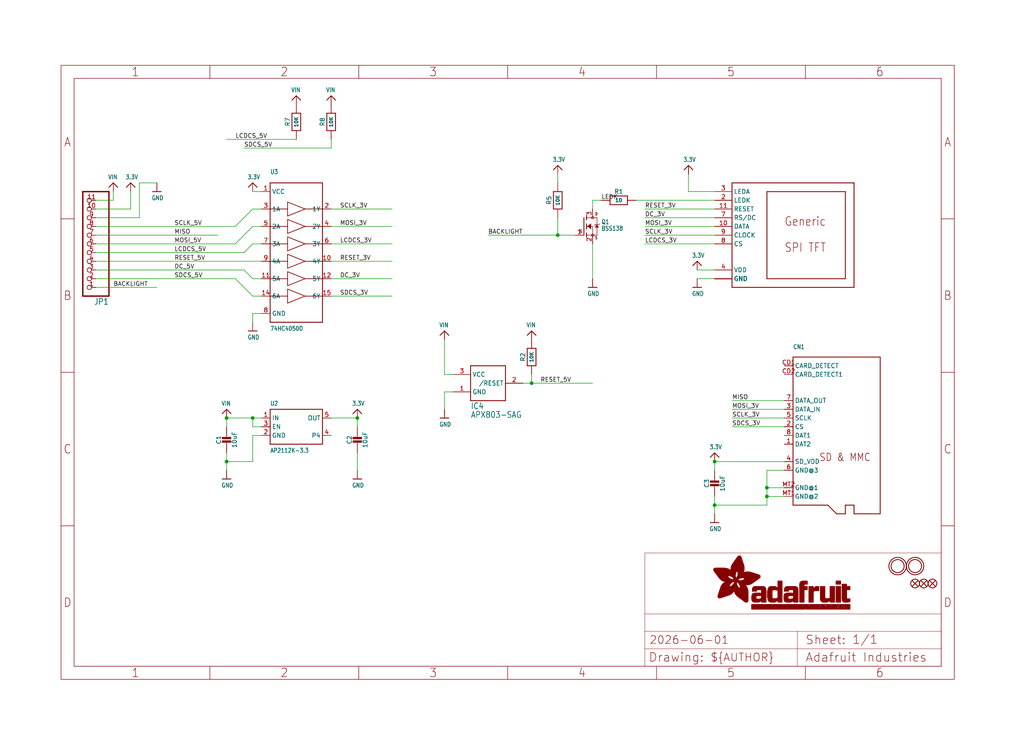
<source format=kicad_sch>
(kicad_sch (version 20230121) (generator eeschema)
  (paper "User" 298.45 217.322)
  (lib_symbols
    (symbol "working-eagle-import:3.3V" (power)
      (property "Value" "3.3V" (at -1.524 1.016 0))
      (symbol "3.3V_1_0"
        (pin power_in line (at 0 -2.54 90) (length 2.54) (name "3.3V") (number "1"))
      )
    )
    (symbol "working-eagle-import:74HC4050D"
      (property "Reference" "U" (at -7.62 22.86 0))
      (symbol "74HC4050D_1_0"
        (pin bidirectional line (at -10.16 17.78 0) (length 2.54) (name "VCC") (number "1"))
        (pin bidirectional line (at 10.16 -2.54 180) (length 2.54) (name "4Y") (number "10"))
        (pin bidirectional line (at -10.16 -7.62 0) (length 2.54) (name "5A") (number "11"))
        (pin bidirectional line (at 10.16 -7.62 180) (length 2.54) (name "5Y") (number "12"))
        (pin bidirectional line (at -10.16 -12.7 0) (length 2.54) (name "6A") (number "14"))
        (pin bidirectional line (at 10.16 -12.7 180) (length 2.54) (name "6Y") (number "15"))
        (pin bidirectional line (at 10.16 12.7 180) (length 2.54) (name "1Y") (number "2"))
        (pin bidirectional line (at -10.16 12.7 0) (length 2.54) (name "1A") (number "3"))
        (pin bidirectional line (at 10.16 7.62 180) (length 2.54) (name "2Y") (number "4"))
        (pin bidirectional line (at -10.16 7.62 0) (length 2.54) (name "2A") (number "5"))
        (pin bidirectional line (at 10.16 2.54 180) (length 2.54) (name "3Y") (number "6"))
        (pin bidirectional line (at -10.16 2.54 0) (length 2.54) (name "3A") (number "7"))
        (pin bidirectional line (at -10.16 -17.78 0) (length 2.54) (name "GND") (number "8"))
        (pin bidirectional line (at -10.16 -2.54 0) (length 2.54) (name "4A") (number "9"))
      )
    )
    (symbol "working-eagle-import:AXP083-SAG"
      (property "Reference" "IC" (at -5.08 -7.62 0))
      (symbol "AXP083-SAG_1_0"
        (pin power_in line (at -10.16 -2.54 0) (length 5.08) (name "GND") (number "1"))
        (pin output line (at 10.16 0 180) (length 5.08) (name "/RESET") (number "2"))
        (pin power_in line (at -10.16 2.54 0) (length 5.08) (name "VCC") (number "3"))
      )
    )
    (symbol "working-eagle-import:CAP_CERAMIC0805-NOOUTLINE"
      (property "Reference" "C" (at -2.29 1.25 90))
      (symbol "CAP_CERAMIC0805-NOOUTLINE_1_0"
        (pin passive line (at 0 5.08 270) (length 2.54) (name "1") (number "1"))
        (pin passive line (at 0 -2.54 90) (length 2.54) (name "2") (number "2"))
      )
    )
    (symbol "working-eagle-import:DISP_LCD_GENERIC_SPI_2.0IN_240X320"
      (symbol "DISP_LCD_GENERIC_SPI_2.0IN_240X320_1_0"
        (text "Generic" (at -5.08 2.54 0) (effects (font (size 2.54 2.159)) (justify left bottom)))
        (text "SPI TFT" (at -5.08 -5.08 0) (effects (font (size 2.54 2.159)) (justify left bottom)))
        (pin power_in line (at -25.4 -12.7 0) (length 5.08) (name "GND") (number "1"))
        (pin bidirectional line (at -25.4 2.54 0) (length 5.08) (name "DATA") (number "10"))
        (pin input line (at -25.4 7.62 0) (length 5.08) (name "RESET") (number "11"))
        (pin power_in line (at -25.4 -12.7 0) (length 5.08) (name "GND") (number "12"))
        (pin input line (at -25.4 10.16 0) (length 5.08) (name "LEDK") (number "2"))
        (pin input line (at -25.4 12.7 0) (length 5.08) (name "LEDA") (number "3"))
        (pin power_in line (at -25.4 -10.16 0) (length 5.08) (name "VDD") (number "4"))
        (pin power_in line (at -25.4 -12.7 0) (length 5.08) (name "GND") (number "5"))
        (pin power_in line (at -25.4 -12.7 0) (length 5.08) (name "GND") (number "6"))
        (pin input line (at -25.4 5.08 0) (length 5.08) (name "RS/DC") (number "7"))
        (pin input line (at -25.4 -2.54 0) (length 5.08) (name "CS") (number "8"))
        (pin input line (at -25.4 0 0) (length 5.08) (name "CLOCK") (number "9"))
      )
    )
    (symbol "working-eagle-import:FIDUCIAL_1MM")
    (symbol "working-eagle-import:FRAME_A4_ADAFRUIT"
      (symbol "FRAME_A4_ADAFRUIT_1_0"
        (text "${#}/${##}" (at 230.505 10.16 0) (effects (font (size 2.54 2.54)) (justify left bottom)))
        (text "${AUTHOR}" (at 189.23 5.08 0) (effects (font (size 2.286 2.286)) (justify left bottom)))
        (text "${CURRENT_DATE}" (at 171.45 10.16 0) (effects (font (size 2.286 2.286)) (justify left bottom)))
        (text "${PROJECTNAME}" (at 171.45 15.24 0) (effects (font (size 2.54 2.54)) (justify left bottom)))
        (text "1" (at 21.6958 1.905 0) (effects (font (size 2.54 2.286))))
        (text "1" (at 21.6958 177.165 0) (effects (font (size 2.54 2.286))))
        (text "2" (at 65.0875 1.905 0) (effects (font (size 2.54 2.286))))
        (text "2" (at 65.0875 177.165 0) (effects (font (size 2.54 2.286))))
        (text "3" (at 108.4792 1.905 0) (effects (font (size 2.54 2.286))))
        (text "3" (at 108.4792 177.165 0) (effects (font (size 2.54 2.286))))
        (text "4" (at 151.8708 1.905 0) (effects (font (size 2.54 2.286))))
        (text "4" (at 151.8708 177.165 0) (effects (font (size 2.54 2.286))))
        (text "5" (at 195.2625 1.905 0) (effects (font (size 2.54 2.286))))
        (text "5" (at 195.2625 177.165 0) (effects (font (size 2.54 2.286))))
        (text "6" (at 238.6542 1.905 0) (effects (font (size 2.54 2.286))))
        (text "6" (at 238.6542 177.165 0) (effects (font (size 2.54 2.286))))
        (text "A" (at 1.905 156.6863 0) (effects (font (size 2.54 2.286))))
        (text "A" (at 258.445 156.6863 0) (effects (font (size 2.54 2.286))))
        (text "Adafruit Industries" (at 216.916 4.953 0) (effects (font (size 2.54 2.54)) (justify left bottom)))
        (text "B" (at 1.905 111.9188 0) (effects (font (size 2.54 2.286))))
        (text "B" (at 258.445 111.9188 0) (effects (font (size 2.54 2.286))))
        (text "C" (at 1.905 67.1513 0) (effects (font (size 2.54 2.286))))
        (text "C" (at 258.445 67.1513 0) (effects (font (size 2.54 2.286))))
        (text "D" (at 1.905 22.3838 0) (effects (font (size 2.54 2.286))))
        (text "D" (at 258.445 22.3838 0) (effects (font (size 2.54 2.286))))
        (text "Drawing:" (at 171.196 4.953 0) (effects (font (size 2.54 2.54)) (justify left bottom)))
        (text "Sheet:" (at 216.916 10.033 0) (effects (font (size 2.54 2.54)) (justify left bottom)))
      )
    )
    (symbol "working-eagle-import:GND" (power)
      (property "Value" "GND" (at -1.524 -2.54 0))
      (symbol "GND_1_0"
        (pin power_in line (at 0 2.54 270) (length 2.54) (name "GND") (number "1"))
      )
    )
    (symbol "working-eagle-import:HEADER-1X1176MIL"
      (property "Reference" "JP" (at -6.35 15.875 0))
      (symbol "HEADER-1X1176MIL_1_0"
        (pin passive inverted (at -2.54 12.7 0) (length 2.54) (name "1") (number "1"))
        (pin passive inverted (at -2.54 -10.16 0) (length 2.54) (name "10") (number "10"))
        (pin passive inverted (at -2.54 -12.7 0) (length 2.54) (name "11") (number "11"))
        (pin passive inverted (at -2.54 10.16 0) (length 2.54) (name "2") (number "2"))
        (pin passive inverted (at -2.54 7.62 0) (length 2.54) (name "3") (number "3"))
        (pin passive inverted (at -2.54 5.08 0) (length 2.54) (name "4") (number "4"))
        (pin passive inverted (at -2.54 2.54 0) (length 2.54) (name "5") (number "5"))
        (pin passive inverted (at -2.54 0 0) (length 2.54) (name "6") (number "6"))
        (pin passive inverted (at -2.54 -2.54 0) (length 2.54) (name "7") (number "7"))
        (pin passive inverted (at -2.54 -5.08 0) (length 2.54) (name "8") (number "8"))
        (pin passive inverted (at -2.54 -7.62 0) (length 2.54) (name "9") (number "9"))
      )
    )
    (symbol "working-eagle-import:MICROSD"
      (property "Reference" "X" (at -12.7 22.606 0))
      (symbol "MICROSD_1_0"
        (text "SD & MMC" (at -5.08 -10.16 0) (effects (font (size 2.1844 1.8567)) (justify left bottom)))
        (pin bidirectional line (at -15.24 -5.08 0) (length 2.54) (name "DAT2") (number "1"))
        (pin input line (at -15.24 0 0) (length 2.54) (name "CS") (number "2"))
        (pin input line (at -15.24 5.08 0) (length 2.54) (name "DATA_IN") (number "3"))
        (pin power_in line (at -15.24 -10.16 0) (length 2.54) (name "SD_VDD") (number "4"))
        (pin input line (at -15.24 2.54 0) (length 2.54) (name "SCLK") (number "5"))
        (pin power_in line (at -15.24 -12.7 0) (length 2.54) (name "GND@3") (number "6"))
        (pin output line (at -15.24 7.62 0) (length 2.54) (name "DATA_OUT") (number "7"))
        (pin bidirectional line (at -15.24 -2.54 0) (length 2.54) (name "DAT1") (number "8"))
        (pin passive line (at -15.24 17.78 0) (length 2.54) (name "CARD_DETECT") (number "CD1"))
        (pin passive line (at -15.24 15.24 0) (length 2.54) (name "CARD_DETECT1") (number "CD2"))
        (pin power_in line (at -15.24 -20.32 0) (length 2.54) (name "GND@2") (number "MT1"))
        (pin power_in line (at -15.24 -17.78 0) (length 2.54) (name "GND@1") (number "MT2"))
      )
    )
    (symbol "working-eagle-import:MOSFET-NREFLOW"
      (property "Reference" "Q" (at 5.08 0.635 0))
      (symbol "MOSFET-NREFLOW_1_0"
        (text "D" (at 3.175 3.175 0) (effects (font (size 0.8128 0.6908)) (justify left bottom)))
        (text "G" (at -1.27 -1.905 0) (effects (font (size 0.8128 0.6908)) (justify left bottom)))
        (text "S" (at 3.175 -3.81 0) (effects (font (size 0.8128 0.6908)) (justify left bottom)))
        (pin bidirectional line (at -2.54 -2.54 0) (length 2.54) (name "G") (number "1"))
        (pin bidirectional line (at 2.54 -5.08 90) (length 2.54) (name "S") (number "2"))
        (pin bidirectional line (at 2.54 5.08 270) (length 2.54) (name "D") (number "3"))
      )
    )
    (symbol "working-eagle-import:MOUNTINGHOLE2.5")
    (symbol "working-eagle-import:RESISTOR0805_NOOUTLINE"
      (property "Reference" "R" (at 0 2.54 0))
      (symbol "RESISTOR0805_NOOUTLINE_1_0"
        (pin passive line (at -5.08 0 0) (length 2.54) (name "1") (number "1"))
        (pin passive line (at 5.08 0 180) (length 2.54) (name "2") (number "2"))
      )
    )
    (symbol "working-eagle-import:VIN" (power)
      (property "Value" "VIN" (at -1.524 1.016 0))
      (symbol "VIN_1_0"
        (pin power_in line (at 0 -2.54 90) (length 2.54) (name "VIN") (number "1"))
      )
    )
    (symbol "working-eagle-import:VREG_SOT23-5"
      (property "Reference" "U" (at -7.62 6.096 0))
      (symbol "VREG_SOT23-5_1_0"
        (pin power_in line (at -10.16 2.54 0) (length 2.54) (name "IN") (number "1"))
        (pin power_in line (at -10.16 -2.54 0) (length 2.54) (name "GND") (number "2"))
        (pin input line (at -10.16 0 0) (length 2.54) (name "EN") (number "3"))
        (pin bidirectional line (at 10.16 -2.54 180) (length 2.54) (name "P4") (number "4"))
        (pin power_in line (at 10.16 2.54 180) (length 2.54) (name "OUT") (number "5"))
      )
    )
  )
  (junction (at 208.28 147.32))
  (junction (at 208.28 134.62))
  (junction (at 223.52 142.24))
  (junction (at 154.94 111.76))
  (junction (at 223.52 144.78))
  (junction (at 162.56 68.58))
  (junction (at 66.04 134.62))
  (junction (at 104.14 121.92))
  (junction (at 66.04 121.92))
  (junction (at 73.66 121.92))
  (wire (pts (xy 129.54 119.38) (xy 129.54 114.3)) (stroke (width 0.1524)))
  (wire (pts (xy 96.52 121.92) (xy 104.14 121.92)) (stroke (width 0.1524)))
  (wire (pts (xy 27.94 60.96) (xy 38.1 60.96)) (stroke (width 0.1524)))
  (wire (pts (xy 162.56 68.58) (xy 142.24 68.58)) (stroke (width 0.1524)))
  (wire (pts (xy 66.04 134.62) (xy 66.04 137.16)) (stroke (width 0.1524)))
  (wire (pts (xy 66.04 132.08) (xy 66.04 134.62)) (stroke (width 0.1524)))
  (wire (pts (xy 76.2 127) (xy 73.66 127)) (stroke (width 0.1524)))
  (wire (pts (xy 96.52 40.64) (xy 96.52 43.18)) (stroke (width 0.1524)))
  (wire (pts (xy 76.2 91.44) (xy 73.66 91.44)) (stroke (width 0.1524)))
  (wire (pts (xy 154.94 111.76) (xy 172.72 111.76)) (stroke (width 0.1524)))
  (wire (pts (xy 208.28 60.96) (xy 187.96 60.96)) (stroke (width 0.1524)))
  (wire (pts (xy 96.52 60.96) (xy 114.3 60.96)) (stroke (width 0.1524)))
  (wire (pts (xy 167.64 68.58) (xy 162.56 68.58)) (stroke (width 0.1524)))
  (wire (pts (xy 96.52 86.36) (xy 114.3 86.36)) (stroke (width 0.1524)))
  (wire (pts (xy 73.66 134.62) (xy 66.04 134.62)) (stroke (width 0.1524)))
  (wire (pts (xy 208.28 71.12) (xy 187.96 71.12)) (stroke (width 0.1524)))
  (wire (pts (xy 76.2 55.88) (xy 73.66 55.88)) (stroke (width 0.1524)))
  (wire (pts (xy 66.04 121.92) (xy 66.04 124.46)) (stroke (width 0.1524)))
  (wire (pts (xy 40.64 63.5) (xy 40.64 53.34)) (stroke (width 0.1524)))
  (wire (pts (xy 228.6 116.84) (xy 213.36 116.84)) (stroke (width 0.1524)))
  (wire (pts (xy 175.26 58.42) (xy 172.72 58.42)) (stroke (width 0.1524)))
  (wire (pts (xy 154.94 109.22) (xy 154.94 111.76)) (stroke (width 0.1524)))
  (wire (pts (xy 129.54 114.3) (xy 132.08 114.3)) (stroke (width 0.1524)))
  (wire (pts (xy 208.28 63.5) (xy 187.96 63.5)) (stroke (width 0.1524)))
  (wire (pts (xy 228.6 124.46) (xy 213.36 124.46)) (stroke (width 0.1524)))
  (wire (pts (xy 200.66 55.88) (xy 200.66 50.8)) (stroke (width 0.1524)))
  (wire (pts (xy 104.14 132.08) (xy 104.14 137.16)) (stroke (width 0.1524)))
  (wire (pts (xy 27.94 73.66) (xy 71.12 73.66)) (stroke (width 0.1524)))
  (wire (pts (xy 73.66 121.92) (xy 66.04 121.92)) (stroke (width 0.1524)))
  (wire (pts (xy 228.6 134.62) (xy 208.28 134.62)) (stroke (width 0.1524)))
  (wire (pts (xy 27.94 58.42) (xy 33.02 58.42)) (stroke (width 0.1524)))
  (wire (pts (xy 96.52 81.28) (xy 114.3 81.28)) (stroke (width 0.1524)))
  (wire (pts (xy 27.94 81.28) (xy 68.58 81.28)) (stroke (width 0.1524)))
  (wire (pts (xy 208.28 78.74) (xy 203.2 78.74)) (stroke (width 0.1524)))
  (wire (pts (xy 27.94 68.58) (xy 63.5 68.58)) (stroke (width 0.1524)))
  (wire (pts (xy 96.52 43.18) (xy 71.12 43.18)) (stroke (width 0.1524)))
  (wire (pts (xy 208.28 144.78) (xy 208.28 147.32)) (stroke (width 0.1524)))
  (wire (pts (xy 152.4 111.76) (xy 154.94 111.76)) (stroke (width 0.1524)))
  (wire (pts (xy 96.52 76.2) (xy 114.3 76.2)) (stroke (width 0.1524)))
  (wire (pts (xy 228.6 121.92) (xy 213.36 121.92)) (stroke (width 0.1524)))
  (wire (pts (xy 71.12 78.74) (xy 73.66 81.28)) (stroke (width 0.1524)))
  (wire (pts (xy 27.94 66.04) (xy 68.58 66.04)) (stroke (width 0.1524)))
  (wire (pts (xy 96.52 71.12) (xy 114.3 71.12)) (stroke (width 0.1524)))
  (wire (pts (xy 73.66 91.44) (xy 73.66 93.98)) (stroke (width 0.1524)))
  (wire (pts (xy 228.6 142.24) (xy 223.52 142.24)) (stroke (width 0.1524)))
  (wire (pts (xy 223.52 144.78) (xy 223.52 147.32)) (stroke (width 0.1524)))
  (wire (pts (xy 71.12 73.66) (xy 73.66 71.12)) (stroke (width 0.1524)))
  (wire (pts (xy 223.52 137.16) (xy 223.52 142.24)) (stroke (width 0.1524)))
  (wire (pts (xy 96.52 66.04) (xy 114.3 66.04)) (stroke (width 0.1524)))
  (wire (pts (xy 129.54 99.06) (xy 129.54 109.22)) (stroke (width 0.1524)))
  (wire (pts (xy 27.94 83.82) (xy 45.72 83.82)) (stroke (width 0.1524)))
  (wire (pts (xy 27.94 71.12) (xy 68.58 71.12)) (stroke (width 0.1524)))
  (wire (pts (xy 208.28 68.58) (xy 187.96 68.58)) (stroke (width 0.1524)))
  (wire (pts (xy 73.66 86.36) (xy 76.2 86.36)) (stroke (width 0.1524)))
  (wire (pts (xy 68.58 66.04) (xy 73.66 60.96)) (stroke (width 0.1524)))
  (wire (pts (xy 208.28 134.62) (xy 208.28 137.16)) (stroke (width 0.1524)))
  (wire (pts (xy 76.2 124.46) (xy 73.66 124.46)) (stroke (width 0.1524)))
  (wire (pts (xy 228.6 137.16) (xy 223.52 137.16)) (stroke (width 0.1524)))
  (wire (pts (xy 172.72 58.42) (xy 172.72 60.96)) (stroke (width 0.1524)))
  (wire (pts (xy 73.66 124.46) (xy 73.66 121.92)) (stroke (width 0.1524)))
  (wire (pts (xy 208.28 55.88) (xy 200.66 55.88)) (stroke (width 0.1524)))
  (wire (pts (xy 73.66 66.04) (xy 76.2 66.04)) (stroke (width 0.1524)))
  (wire (pts (xy 228.6 144.78) (xy 223.52 144.78)) (stroke (width 0.1524)))
  (wire (pts (xy 86.36 40.64) (xy 66.04 40.64)) (stroke (width 0.1524)))
  (wire (pts (xy 228.6 119.38) (xy 213.36 119.38)) (stroke (width 0.1524)))
  (wire (pts (xy 27.94 63.5) (xy 40.64 63.5)) (stroke (width 0.1524)))
  (wire (pts (xy 162.56 63.5) (xy 162.56 68.58)) (stroke (width 0.1524)))
  (wire (pts (xy 38.1 60.96) (xy 38.1 55.88)) (stroke (width 0.1524)))
  (wire (pts (xy 208.28 58.42) (xy 185.42 58.42)) (stroke (width 0.1524)))
  (wire (pts (xy 68.58 81.28) (xy 73.66 86.36)) (stroke (width 0.1524)))
  (wire (pts (xy 223.52 147.32) (xy 208.28 147.32)) (stroke (width 0.1524)))
  (wire (pts (xy 132.08 109.22) (xy 129.54 109.22)) (stroke (width 0.1524)))
  (wire (pts (xy 33.02 58.42) (xy 33.02 55.88)) (stroke (width 0.1524)))
  (wire (pts (xy 68.58 71.12) (xy 73.66 66.04)) (stroke (width 0.1524)))
  (wire (pts (xy 73.66 81.28) (xy 76.2 81.28)) (stroke (width 0.1524)))
  (wire (pts (xy 73.66 127) (xy 73.66 134.62)) (stroke (width 0.1524)))
  (wire (pts (xy 162.56 53.34) (xy 162.56 50.8)) (stroke (width 0.1524)))
  (wire (pts (xy 208.28 81.28) (xy 203.2 81.28)) (stroke (width 0.1524)))
  (wire (pts (xy 27.94 78.74) (xy 71.12 78.74)) (stroke (width 0.1524)))
  (wire (pts (xy 73.66 71.12) (xy 76.2 71.12)) (stroke (width 0.1524)))
  (wire (pts (xy 208.28 147.32) (xy 208.28 149.86)) (stroke (width 0.1524)))
  (wire (pts (xy 172.72 71.12) (xy 172.72 81.28)) (stroke (width 0.1524)))
  (wire (pts (xy 208.28 66.04) (xy 187.96 66.04)) (stroke (width 0.1524)))
  (wire (pts (xy 73.66 60.96) (xy 76.2 60.96)) (stroke (width 0.1524)))
  (wire (pts (xy 76.2 121.92) (xy 73.66 121.92)) (stroke (width 0.1524)))
  (wire (pts (xy 40.64 53.34) (xy 45.72 53.34)) (stroke (width 0.1524)))
  (wire (pts (xy 27.94 76.2) (xy 76.2 76.2)) (stroke (width 0.1524)))
  (wire (pts (xy 104.14 121.92) (xy 104.14 124.46)) (stroke (width 0.1524)))
  (wire (pts (xy 223.52 142.24) (xy 223.52 144.78)) (stroke (width 0.1524)))
  (label "LCDCS_3V" (at 187.96 71.12 0) (effects (font (size 1.2446 1.2446))))
  (label "BACKLIGHT" (at 33.02 83.82 0) (effects (font (size 1.2446 1.2446))))
  (label "SDCS_5V" (at 50.8 81.28 0) (effects (font (size 1.2446 1.2446))))
  (label "LCDCS_5V" (at 50.8 73.66 0) (effects (font (size 1.2446 1.2446))))
  (label "LEDK" (at 175.26 58.42 0) (effects (font (size 1.2446 1.2446))))
  (label "BACKLIGHT" (at 142.24 68.58 0) (effects (font (size 1.2446 1.2446))))
  (label "SCLK_3V" (at 213.36 121.92 0) (effects (font (size 1.2446 1.2446))))
  (label "RESET_5V" (at 157.48 111.76 0) (effects (font (size 1.2446 1.2446))))
  (label "MOSI_3V" (at 99.06 66.04 0) (effects (font (size 1.2446 1.2446))))
  (label "RESET_5V" (at 50.8 76.2 0) (effects (font (size 1.2446 1.2446))))
  (label "MOSI_5V" (at 50.8 71.12 0) (effects (font (size 1.2446 1.2446))))
  (label "MISO" (at 50.8 68.58 0) (effects (font (size 1.2446 1.2446))))
  (label "DC_3V" (at 187.96 63.5 0) (effects (font (size 1.2446 1.2446))))
  (label "SDCS_3V" (at 99.06 86.36 0) (effects (font (size 1.2446 1.2446))))
  (label "SCLK_3V" (at 187.96 68.58 0) (effects (font (size 1.2446 1.2446))))
  (label "DC_3V" (at 99.06 81.28 0) (effects (font (size 1.2446 1.2446))))
  (label "SDCS_3V" (at 213.36 124.46 0) (effects (font (size 1.2446 1.2446))))
  (label "DC_5V" (at 50.8 78.74 0) (effects (font (size 1.2446 1.2446))))
  (label "RESET_3V" (at 99.06 76.2 0) (effects (font (size 1.2446 1.2446))))
  (label "MISO" (at 213.36 116.84 0) (effects (font (size 1.2446 1.2446))))
  (label "SCLK_5V" (at 50.8 66.04 0) (effects (font (size 1.2446 1.2446))))
  (label "MOSI_3V" (at 213.36 119.38 0) (effects (font (size 1.2446 1.2446))))
  (label "RESET_3V" (at 187.96 60.96 0) (effects (font (size 1.2446 1.2446))))
  (label "LCDCS_5V" (at 68.58 40.64 0) (effects (font (size 1.2446 1.2446))))
  (label "SCLK_3V" (at 99.06 60.96 0) (effects (font (size 1.2446 1.2446))))
  (label "MOSI_3V" (at 187.96 66.04 0) (effects (font (size 1.2446 1.2446))))
  (label "LCDCS_3V" (at 99.06 71.12 0) (effects (font (size 1.2446 1.2446))))
  (label "SDCS_5V" (at 71.12 43.18 0) (effects (font (size 1.2446 1.2446))))
  (symbol (lib_id "working-eagle-import:74HC4050D") (at 86.36 73.66 0) (unit 1)
    (property "Reference" "U3" (at 78.74 50.8 0) (effects (font (size 1.27 1.0795)) (justify left bottom)))
    (property "Value" "74HC4050D" (at 78.74 96.52 0) (effects (font (size 1.27 1.0795)) (justify left bottom)))
    (property "Footprint" "working:SOIC16" (effects hide))
  )
  (symbol (lib_id "working-eagle-import:MICROSD") (at 243.84 124.46 0) (unit 1)
    (property "Reference" "CN1" (at 231.14 101.854 0) (effects (font (size 1.27 1.0795)) (justify left bottom)))
    (property "Value" "MICROSD" (effects hide))
    (property "Footprint" "working:MICROSD" (effects hide))
  )
  (symbol (lib_id "working-eagle-import:GND") (at 73.66 96.52 0) (unit 1)
    (property "Reference" "#U$16" (effects hide))
    (property "Value" "GND" (at 72.136 99.06 0) (effects (font (size 1.27 1.0795)) (justify left bottom)))
  )
  (symbol (lib_id "working-eagle-import:FIDUCIAL_1MM") (at 266.7 170.18 0) (unit 1)
    (property "Reference" "FID3" (effects hide))
    (property "Value" "FIDUCIAL_1MM" (effects hide))
    (property "Footprint" "working:FIDUCIAL_1MM" (effects hide))
    (property "BOM" "EXCLUDE" (effects hide))
  )
  (symbol (lib_id "working-eagle-import:HEADER-1X1176MIL") (at 25.4 71.12 180) (unit 1)
    (property "Reference" "JP1" (at 31.75 86.995 0) (effects (font (size 1.778 1.5113)) (justify left bottom)))
    (property "Value" "HEADER-1X1176MIL" (effects hide))
    (property "Footprint" "working:1X11_ROUND_76" (effects hide))
  )
  (symbol (lib_id "working-eagle-import:GND") (at 104.14 139.7 0) (unit 1)
    (property "Reference" "#U$15" (effects hide))
    (property "Value" "GND" (at 102.616 142.24 0) (effects (font (size 1.27 1.0795)) (justify left bottom)))
  )
  (symbol (lib_id "working-eagle-import:3.3V") (at 208.28 132.08 0) (unit 1)
    (property "Reference" "#U$9" (effects hide))
    (property "Value" "3.3V" (at 206.756 131.064 0) (effects (font (size 1.27 1.0795)) (justify left bottom)))
  )
  (symbol (lib_id "working-eagle-import:DISP_LCD_GENERIC_SPI_2.0IN_240X320") (at 233.68 68.58 0) (unit 1)
    (property "Reference" "DISP1" (effects hide))
    (property "Value" "DISP_LCD_GENERIC_SPI_2.0IN_240X320" (effects hide))
    (property "Footprint" "working:TFT_2.0IN_240X320_12P" (effects hide))
  )
  (symbol (lib_id "working-eagle-import:VIN") (at 129.54 96.52 0) (unit 1)
    (property "Reference" "#U$22" (effects hide))
    (property "Value" "VIN" (at 128.016 95.504 0) (effects (font (size 1.27 1.0795)) (justify left bottom)))
  )
  (symbol (lib_id "working-eagle-import:MOSFET-NREFLOW") (at 170.18 66.04 0) (unit 1)
    (property "Reference" "Q1" (at 175.26 65.405 0) (effects (font (size 1.27 1.0795)) (justify left bottom)))
    (property "Value" "BSS138" (at 175.26 67.31 0) (effects (font (size 1.27 1.0795)) (justify left bottom)))
    (property "Footprint" "working:SOT23-R" (effects hide))
  )
  (symbol (lib_id "working-eagle-import:GND") (at 129.54 121.92 0) (unit 1)
    (property "Reference" "#U$2" (effects hide))
    (property "Value" "GND" (at 128.016 124.46 0) (effects (font (size 1.27 1.0795)) (justify left bottom)))
  )
  (symbol (lib_id "working-eagle-import:GND") (at 203.2 83.82 0) (unit 1)
    (property "Reference" "#U$26" (effects hide))
    (property "Value" "GND" (at 201.676 86.36 0) (effects (font (size 1.27 1.0795)) (justify left bottom)))
  )
  (symbol (lib_id "working-eagle-import:AXP083-SAG") (at 142.24 111.76 0) (unit 1)
    (property "Reference" "IC4" (at 137.16 119.38 0) (effects (font (size 1.778 1.5113)) (justify left bottom)))
    (property "Value" "APX803-SAG" (at 137.16 121.92 0) (effects (font (size 1.778 1.5113)) (justify left bottom)))
    (property "Footprint" "working:SOT23" (effects hide))
  )
  (symbol (lib_id "working-eagle-import:GND") (at 66.04 139.7 0) (unit 1)
    (property "Reference" "#U$13" (effects hide))
    (property "Value" "GND" (at 64.516 142.24 0) (effects (font (size 1.27 1.0795)) (justify left bottom)))
  )
  (symbol (lib_id "working-eagle-import:VIN") (at 33.02 53.34 0) (unit 1)
    (property "Reference" "#U$6" (effects hide))
    (property "Value" "VIN" (at 31.496 52.324 0) (effects (font (size 1.27 1.0795)) (justify left bottom)))
  )
  (symbol (lib_id "working-eagle-import:GND") (at 172.72 83.82 0) (unit 1)
    (property "Reference" "#U$18" (effects hide))
    (property "Value" "GND" (at 171.196 86.36 0) (effects (font (size 1.27 1.0795)) (justify left bottom)))
  )
  (symbol (lib_id "working-eagle-import:GND") (at 45.72 55.88 0) (unit 1)
    (property "Reference" "#U$11" (effects hide))
    (property "Value" "GND" (at 44.196 58.42 0) (effects (font (size 1.27 1.0795)) (justify left bottom)))
  )
  (symbol (lib_id "working-eagle-import:VIN") (at 66.04 119.38 0) (unit 1)
    (property "Reference" "#U$12" (effects hide))
    (property "Value" "VIN" (at 64.516 118.364 0) (effects (font (size 1.27 1.0795)) (justify left bottom)))
  )
  (symbol (lib_id "working-eagle-import:3.3V") (at 200.66 48.26 0) (unit 1)
    (property "Reference" "#U$23" (effects hide))
    (property "Value" "3.3V" (at 199.136 47.244 0) (effects (font (size 1.27 1.0795)) (justify left bottom)))
  )
  (symbol (lib_id "working-eagle-import:3.3V") (at 203.2 76.2 0) (unit 1)
    (property "Reference" "#U$25" (effects hide))
    (property "Value" "3.3V" (at 201.676 75.184 0) (effects (font (size 1.27 1.0795)) (justify left bottom)))
  )
  (symbol (lib_id "working-eagle-import:MOUNTINGHOLE2.5") (at 266.7 165.1 0) (unit 1)
    (property "Reference" "U$3" (effects hide))
    (property "Value" "MOUNTINGHOLE2.5" (effects hide))
    (property "Footprint" "working:MOUNTINGHOLE_2.5_PLATED" (effects hide))
  )
  (symbol (lib_id "working-eagle-import:GND") (at 208.28 152.4 0) (unit 1)
    (property "Reference" "#U$10" (effects hide))
    (property "Value" "GND" (at 206.756 154.94 0) (effects (font (size 1.27 1.0795)) (justify left bottom)))
  )
  (symbol (lib_id "working-eagle-import:RESISTOR0805_NOOUTLINE") (at 162.56 58.42 90) (unit 1)
    (property "Reference" "R5" (at 160.02 58.42 0))
    (property "Value" "10K" (at 162.56 58.42 0) (effects (font (size 1.016 1.016) bold)))
    (property "Footprint" "working:0805-NO" (effects hide))
  )
  (symbol (lib_id "working-eagle-import:MOUNTINGHOLE2.5") (at 261.62 165.1 0) (unit 1)
    (property "Reference" "U$4" (effects hide))
    (property "Value" "MOUNTINGHOLE2.5" (effects hide))
    (property "Footprint" "working:MOUNTINGHOLE_2.5_PLATED" (effects hide))
  )
  (symbol (lib_id "working-eagle-import:VIN") (at 86.36 27.94 0) (unit 1)
    (property "Reference" "#U$7" (effects hide))
    (property "Value" "VIN" (at 84.836 26.924 0) (effects (font (size 1.27 1.0795)) (justify left bottom)))
  )
  (symbol (lib_id "working-eagle-import:CAP_CERAMIC0805-NOOUTLINE") (at 208.28 142.24 0) (unit 1)
    (property "Reference" "C3" (at 205.99 140.99 90))
    (property "Value" "10uF" (at 210.58 140.99 90))
    (property "Footprint" "working:0805-NO" (effects hide))
  )
  (symbol (lib_id "working-eagle-import:CAP_CERAMIC0805-NOOUTLINE") (at 104.14 129.54 0) (unit 1)
    (property "Reference" "C2" (at 101.85 128.29 90))
    (property "Value" "10uF" (at 106.44 128.29 90))
    (property "Footprint" "working:0805-NO" (effects hide))
  )
  (symbol (lib_id "working-eagle-import:3.3V") (at 73.66 53.34 0) (unit 1)
    (property "Reference" "#U$17" (effects hide))
    (property "Value" "3.3V" (at 72.136 52.324 0) (effects (font (size 1.27 1.0795)) (justify left bottom)))
  )
  (symbol (lib_id "working-eagle-import:RESISTOR0805_NOOUTLINE") (at 96.52 35.56 90) (unit 1)
    (property "Reference" "R8" (at 93.98 35.56 0))
    (property "Value" "10K" (at 96.52 35.56 0) (effects (font (size 1.016 1.016) bold)))
    (property "Footprint" "working:0805-NO" (effects hide))
  )
  (symbol (lib_id "working-eagle-import:CAP_CERAMIC0805-NOOUTLINE") (at 66.04 129.54 0) (unit 1)
    (property "Reference" "C1" (at 63.75 128.29 90))
    (property "Value" "10uF" (at 68.34 128.29 90))
    (property "Footprint" "working:0805-NO" (effects hide))
  )
  (symbol (lib_id "working-eagle-import:VIN") (at 96.52 27.94 0) (unit 1)
    (property "Reference" "#U$8" (effects hide))
    (property "Value" "VIN" (at 94.996 26.924 0) (effects (font (size 1.27 1.0795)) (justify left bottom)))
  )
  (symbol (lib_id "working-eagle-import:RESISTOR0805_NOOUTLINE") (at 86.36 35.56 90) (unit 1)
    (property "Reference" "R7" (at 83.82 35.56 0))
    (property "Value" "10K" (at 86.36 35.56 0) (effects (font (size 1.016 1.016) bold)))
    (property "Footprint" "working:0805-NO" (effects hide))
  )
  (symbol (lib_id "working-eagle-import:3.3V") (at 38.1 53.34 0) (unit 1)
    (property "Reference" "#U$19" (effects hide))
    (property "Value" "3.3V" (at 36.576 52.324 0) (effects (font (size 1.27 1.0795)) (justify left bottom)))
  )
  (symbol (lib_id "working-eagle-import:3.3V") (at 162.56 48.26 0) (unit 1)
    (property "Reference" "#U$21" (effects hide))
    (property "Value" "3.3V" (at 161.036 47.244 0) (effects (font (size 1.27 1.0795)) (justify left bottom)))
  )
  (symbol (lib_id "working-eagle-import:RESISTOR0805_NOOUTLINE") (at 180.34 58.42 0) (unit 1)
    (property "Reference" "R1" (at 180.34 55.88 0))
    (property "Value" "10" (at 180.34 58.42 0) (effects (font (size 1.016 1.016) bold)))
    (property "Footprint" "working:0805-NO" (effects hide))
  )
  (symbol (lib_id "working-eagle-import:VREG_SOT23-5") (at 86.36 124.46 0) (unit 1)
    (property "Reference" "U2" (at 78.74 118.364 0) (effects (font (size 1.27 1.0795)) (justify left bottom)))
    (property "Value" "AP2112K-3.3" (at 78.74 132.08 0) (effects (font (size 1.27 1.0795)) (justify left bottom)))
    (property "Footprint" "working:SOT23-5" (effects hide))
  )
  (symbol (lib_id "working-eagle-import:RESISTOR0805_NOOUTLINE") (at 154.94 104.14 90) (unit 1)
    (property "Reference" "R2" (at 152.4 104.14 0))
    (property "Value" "10K" (at 154.94 104.14 0) (effects (font (size 1.016 1.016) bold)))
    (property "Footprint" "working:0805-NO" (effects hide))
  )
  (symbol (lib_id "working-eagle-import:VIN") (at 154.94 96.52 0) (unit 1)
    (property "Reference" "#U$5" (effects hide))
    (property "Value" "VIN" (at 153.416 95.504 0) (effects (font (size 1.27 1.0795)) (justify left bottom)))
  )
  (symbol (lib_id "working-eagle-import:FIDUCIAL_1MM") (at 271.78 170.18 0) (unit 1)
    (property "Reference" "FID1" (effects hide))
    (property "Value" "FIDUCIAL_1MM" (effects hide))
    (property "Footprint" "working:FIDUCIAL_1MM" (effects hide))
  )
  (symbol (lib_id "working-eagle-import:FRAME_A4_ADAFRUIT") (at 17.78 198.12 0) (unit 1)
    (property "Reference" "#U$1" (effects hide))
    (property "Value" "FRAME_A4_ADAFRUIT" (effects hide))
  )
  (symbol (lib_id "working-eagle-import:3.3V") (at 104.14 119.38 0) (unit 1)
    (property "Reference" "#U$14" (effects hide))
    (property "Value" "3.3V" (at 102.616 118.364 0) (effects (font (size 1.27 1.0795)) (justify left bottom)))
  )
  (symbol (lib_id "working-eagle-import:FIDUCIAL_1MM") (at 269.24 170.18 0) (unit 1)
    (property "Reference" "FID2" (effects hide))
    (property "Value" "FIDUCIAL_1MM" (effects hide))
    (property "Footprint" "working:FIDUCIAL_1MM" (effects hide))
  )
)
</source>
